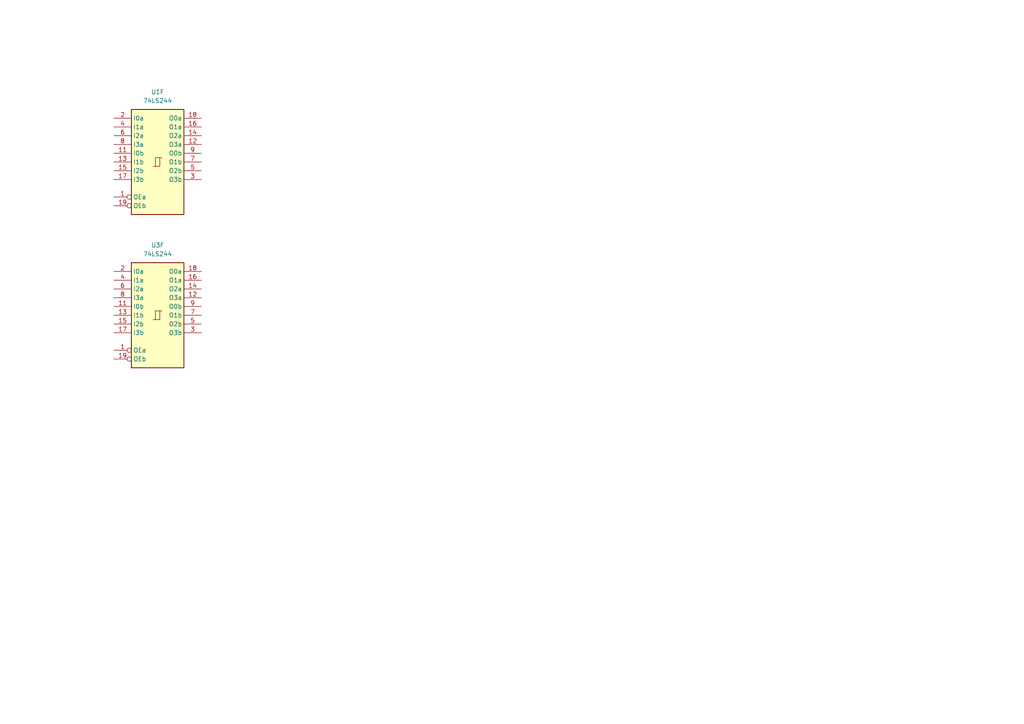
<source format=kicad_sch>
(kicad_sch (version 20231120) (generator "eeschema") (generator_version "8.0")
  (paper "A4")
  (title_block (title "Exidy 440") (company "Exidy") (comment 1 "Anton Gale"))
  (lib_symbols
    (symbol "jt74:74LS244"
      (property "Reference" "U" (at 7.62 16.51 0))
      (property "Value" "74LS244" (at 3.175 -13.97 0))
      (symbol "74LS244_1_0"
        (polyline (pts (xy -0.635 -1.27) (xy -0.635 1.27) (xy 0.635 1.27)))
        (polyline (pts (xy -1.27 -1.27) (xy 0.635 -1.27) (xy 0.635 1.27) (xy 1.27 1.27)))
        (pin input inverted (at -12.7 -10.16 0) (length 5.08) (name "OEa") (number "1"))
        (pin power_in line (at 0 -15.24 90) (length 5.08) hide (name "GND") (number "10"))
        (pin input line (at -12.7 2.54 0) (length 5.08) (name "I0b") (number "11"))
        (pin tri_state line (at 12.7 5.08 180) (length 5.08) (name "O3a") (number "12"))
        (pin input line (at -12.7 0 0) (length 5.08) (name "I1b") (number "13"))
        (pin tri_state line (at 12.7 7.62 180) (length 5.08) (name "O2a") (number "14"))
        (pin input line (at -12.7 -2.54 0) (length 5.08) (name "I2b") (number "15"))
        (pin tri_state line (at 12.7 10.16 180) (length 5.08) (name "O1a") (number "16"))
        (pin input line (at -12.7 -5.08 0) (length 5.08) (name "I3b") (number "17"))
        (pin tri_state line (at 12.7 12.7 180) (length 5.08) (name "O0a") (number "18"))
        (pin input inverted (at -12.7 -12.7 0) (length 5.08) (name "OEb") (number "19"))
        (pin input line (at -12.7 12.7 0) (length 5.08) (name "I0a") (number "2"))
        (pin power_in line (at 0 15.24 270) (length 5.08) hide (name "VCC") (number "20"))
        (pin tri_state line (at 12.7 -5.08 180) (length 5.08) (name "O3b") (number "3"))
        (pin input line (at -12.7 10.16 0) (length 5.08) (name "I1a") (number "4"))
        (pin tri_state line (at 12.7 -2.54 180) (length 5.08) (name "O2b") (number "5"))
        (pin input line (at -12.7 7.62 0) (length 5.08) (name "I2a") (number "6"))
        (pin tri_state line (at 12.7 0 180) (length 5.08) (name "O1b") (number "7"))
        (pin input line (at -12.7 5.08 0) (length 5.08) (name "I3a") (number "8"))
        (pin tri_state line (at 12.7 2.54 180) (length 5.08) (name "O0b") (number "9"))
      )
      (symbol "74LS244_1_1"
        (rectangle (start -7.62 15.24) (end 7.62 -15.24) (stroke (width 0.254)) (fill (type background)))
      )
    )
  )
  (symbol (lib_id "jt74:74LS244") (at 45.72 91.44 0) (unit 1)
    (property "Reference" "U3F" (at 45.72 71.12 0))
    (property "Value" "74LS244" (at 45.72 73.66 0))
    (property "Datasheet" "http://www.ti.com/lit/gpn/sn74LS244" (effects (hide yes)))
    (property "Description" "8-bit Bus Buffer 3-State outputs" (effects (hide yes)))
  )
  (symbol (lib_id "jt74:74LS244") (at 45.72 46.99 0) (unit 1)
    (property "Reference" "U1F" (at 45.72 26.67 0))
    (property "Value" "74LS244" (at 45.72 29.21 0))
    (property "Datasheet" "http://www.ti.com/lit/gpn/sn74LS244" (effects (hide yes)))
    (property "Description" "8-bit Bus Buffer 3-State outputs" (effects (hide yes)))
  )
)
</source>
